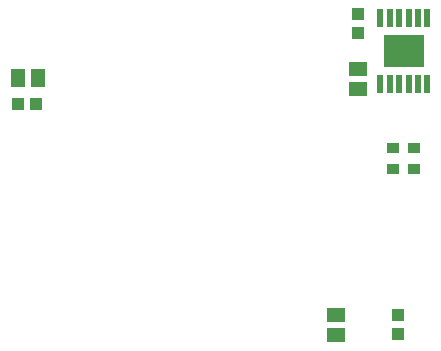
<source format=gbp>
G04*
G04 #@! TF.GenerationSoftware,Altium Limited,Altium Designer,18.1.7 (191)*
G04*
G04 Layer_Color=128*
%FSLAX25Y25*%
%MOIN*%
G70*
G01*
G75*
%ADD49R,0.03937X0.03937*%
%ADD50R,0.05906X0.05118*%
%ADD51R,0.05118X0.05906*%
%ADD52R,0.03937X0.03937*%
%ADD53R,0.03937X0.03543*%
%ADD54R,0.13780X0.11024*%
%ADD55R,0.02165X0.06496*%
D49*
X209055Y107480D02*
D03*
Y113780D02*
D03*
X195669Y214173D02*
D03*
Y207874D02*
D03*
D50*
X188583Y107283D02*
D03*
Y113976D02*
D03*
X195669Y195866D02*
D03*
Y189173D02*
D03*
D51*
X89173Y192913D02*
D03*
X82480D02*
D03*
D52*
X82284Y184252D02*
D03*
X88583D02*
D03*
D53*
X207480Y169437D02*
D03*
Y162744D02*
D03*
X214567Y169437D02*
D03*
Y162744D02*
D03*
D54*
X211024Y201969D02*
D03*
D55*
X203150Y213090D02*
D03*
X206299D02*
D03*
X209449D02*
D03*
X212598D02*
D03*
X215748D02*
D03*
X218898D02*
D03*
X203150Y190847D02*
D03*
X206299D02*
D03*
X209449D02*
D03*
X212598D02*
D03*
X215748D02*
D03*
X218898D02*
D03*
M02*

</source>
